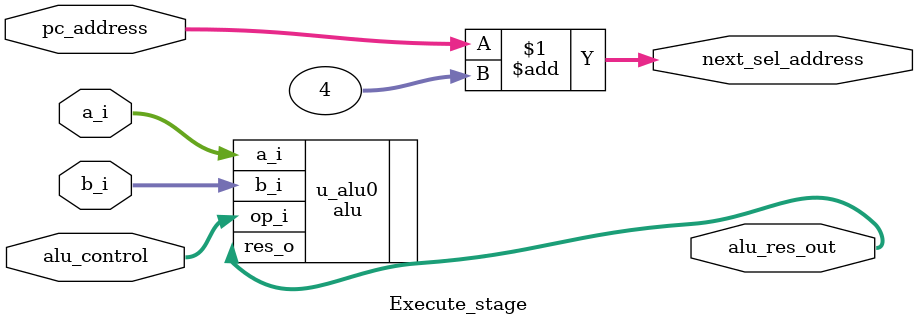
<source format=sv>


module Execute_stage#
(
parameter DATA_WIDTH =32,
parameter ALU_CONTROL=4
)
(
    input  [DATA_WIDTH-1:0] a_i,
    input  [DATA_WIDTH-1:0] b_i,
    input  [DATA_WIDTH-1:0] pc_address,
    input  [ALU_CONTROL-1:0]  alu_control,
    
    output logic [DATA_WIDTH-1:0] alu_res_out,
    output logic [DATA_WIDTH-1:0] next_sel_address
);
    // ALU
    alu u_alu0 
    (
        .a_i(a_i),
        .b_i(b_i),
        .op_i(alu_control),
        .res_o(alu_res_out)
    );

assign next_sel_address = pc_address + 32'd4;

endmodule

</source>
